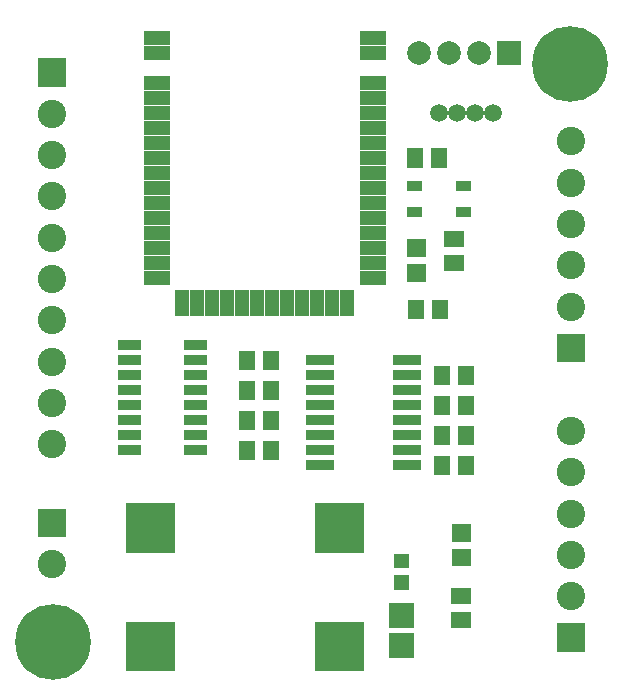
<source format=gts>
G04 Layer: TopSolderMaskLayer*
G04 EasyEDA v6.2.43, 2019-09-06T10:08:58+02:00*
G04 e2e4465fc3ca44109e84c49d15151505,91cc4837159741479c5be70faa949f3f,10*
G04 Gerber Generator version 0.2*
G04 Scale: 100 percent, Rotated: No, Reflected: No *
G04 Dimensions in millimeters *
G04 leading zeros omitted , absolute positions ,3 integer and 3 decimal *
%FSLAX33Y33*%
%MOMM*%
G90*
G71D02*

%ADD41R,2.402840X0.904240*%
%ADD46C,2.403196*%
%ADD52C,2.003196*%
%ADD54C,1.503197*%
%ADD57C,6.403188*%

%LPD*%
G36*
G01X21295Y18849D02*
G01X21295Y20520D01*
G01X22656Y20520D01*
G01X22656Y18849D01*
G01X21295Y18849D01*
G37*
G36*
G01X19263Y18849D02*
G01X19263Y20520D01*
G01X20624Y20520D01*
G01X20624Y18849D01*
G01X19263Y18849D01*
G37*
G54D41*
G01X33533Y18415D03*
G01X33533Y19685D03*
G01X33533Y20955D03*
G01X33533Y22225D03*
G01X33533Y23495D03*
G01X33533Y24765D03*
G01X33533Y26035D03*
G01X33533Y27305D03*
G01X26134Y27305D03*
G01X26134Y26035D03*
G01X26134Y24765D03*
G01X26134Y23495D03*
G01X26134Y22225D03*
G01X26134Y20955D03*
G01X26134Y19685D03*
G01X26134Y18415D03*
G36*
G01X21295Y21389D02*
G01X21295Y23060D01*
G01X22656Y23060D01*
G01X22656Y21389D01*
G01X21295Y21389D01*
G37*
G36*
G01X19263Y21389D02*
G01X19263Y23060D01*
G01X20624Y23060D01*
G01X20624Y21389D01*
G01X19263Y21389D01*
G37*
G36*
G01X21295Y23929D02*
G01X21295Y25600D01*
G01X22656Y25600D01*
G01X22656Y23929D01*
G01X21295Y23929D01*
G37*
G36*
G01X19263Y23929D02*
G01X19263Y25600D01*
G01X20624Y25600D01*
G01X20624Y23929D01*
G01X19263Y23929D01*
G37*
G36*
G01X21295Y26469D02*
G01X21295Y28140D01*
G01X22656Y28140D01*
G01X22656Y26469D01*
G01X21295Y26469D01*
G37*
G36*
G01X19263Y26469D02*
G01X19263Y28140D01*
G01X20624Y28140D01*
G01X20624Y26469D01*
G01X19263Y26469D01*
G37*
G36*
G01X37800Y17579D02*
G01X37800Y19250D01*
G01X39161Y19250D01*
G01X39161Y17579D01*
G01X37800Y17579D01*
G37*
G36*
G01X35768Y17579D02*
G01X35768Y19250D01*
G01X37129Y19250D01*
G01X37129Y17579D01*
G01X35768Y17579D01*
G37*
G36*
G01X37800Y20119D02*
G01X37800Y21790D01*
G01X39161Y21790D01*
G01X39161Y20119D01*
G01X37800Y20119D01*
G37*
G36*
G01X35768Y20119D02*
G01X35768Y21790D01*
G01X37129Y21790D01*
G01X37129Y20119D01*
G01X35768Y20119D01*
G37*
G36*
G01X37800Y22659D02*
G01X37800Y24330D01*
G01X39161Y24330D01*
G01X39161Y22659D01*
G01X37800Y22659D01*
G37*
G36*
G01X35768Y22659D02*
G01X35768Y24330D01*
G01X37129Y24330D01*
G01X37129Y22659D01*
G01X35768Y22659D01*
G37*
G36*
G01X37800Y25199D02*
G01X37800Y26870D01*
G01X39161Y26870D01*
G01X39161Y25199D01*
G01X37800Y25199D01*
G37*
G36*
G01X35768Y25199D02*
G01X35768Y26870D01*
G01X37129Y26870D01*
G01X37129Y25199D01*
G01X35768Y25199D01*
G37*
G36*
G01X36629Y36911D02*
G01X36629Y38272D01*
G01X38300Y38272D01*
G01X38300Y36911D01*
G01X36629Y36911D01*
G37*
G36*
G01X36629Y34879D02*
G01X36629Y36240D01*
G01X38300Y36240D01*
G01X38300Y34879D01*
G01X36629Y34879D01*
G37*
G36*
G01X35514Y43614D02*
G01X35514Y45285D01*
G01X36875Y45285D01*
G01X36875Y43614D01*
G01X35514Y43614D01*
G37*
G36*
G01X33482Y43614D02*
G01X33482Y45285D01*
G01X34843Y45285D01*
G01X34843Y43614D01*
G01X33482Y43614D01*
G37*
G36*
G01X37685Y41617D02*
G01X37685Y42471D01*
G01X38938Y42471D01*
G01X38938Y41617D01*
G01X37685Y41617D01*
G37*
G36*
G01X33535Y41610D02*
G01X33535Y42463D01*
G01X34790Y42463D01*
G01X34790Y41610D01*
G01X33535Y41610D01*
G37*
G36*
G01X37685Y39451D02*
G01X37685Y40304D01*
G01X38938Y40304D01*
G01X38938Y39451D01*
G01X37685Y39451D01*
G37*
G36*
G01X33530Y39458D02*
G01X33530Y40312D01*
G01X34782Y40312D01*
G01X34782Y39458D01*
G01X33530Y39458D01*
G37*
G36*
G01X9692Y10995D02*
G01X9692Y15199D01*
G01X13896Y15199D01*
G01X13896Y10995D01*
G01X9692Y10995D01*
G37*
G36*
G01X9692Y995D02*
G01X9692Y5199D01*
G01X13896Y5199D01*
G01X13896Y995D01*
G01X9692Y995D01*
G37*
G36*
G01X25694Y10995D02*
G01X25694Y15199D01*
G01X29895Y15199D01*
G01X29895Y10995D01*
G01X25694Y10995D01*
G37*
G36*
G01X25694Y995D02*
G01X25694Y5199D01*
G01X29895Y5199D01*
G01X29895Y995D01*
G01X25694Y995D01*
G37*
G36*
G01X2227Y12331D02*
G01X2227Y14734D01*
G01X4630Y14734D01*
G01X4630Y12331D01*
G01X2227Y12331D01*
G37*
G54D46*
G01X3429Y10033D03*
G36*
G01X37297Y11965D02*
G01X37297Y13469D01*
G01X38900Y13469D01*
G01X38900Y11965D01*
G01X37297Y11965D01*
G37*
G36*
G01X37297Y9865D02*
G01X37297Y11369D01*
G01X38900Y11369D01*
G01X38900Y9865D01*
G01X37297Y9865D01*
G37*
G36*
G01X37264Y4653D02*
G01X37264Y6014D01*
G01X38935Y6014D01*
G01X38935Y4653D01*
G01X37264Y4653D01*
G37*
G36*
G01X37264Y6685D02*
G01X37264Y8046D01*
G01X38935Y8046D01*
G01X38935Y6685D01*
G01X37264Y6685D01*
G37*
G36*
G01X33489Y36078D02*
G01X33489Y37581D01*
G01X35092Y37581D01*
G01X35092Y36078D01*
G01X33489Y36078D01*
G37*
G36*
G01X33489Y33977D02*
G01X33489Y35481D01*
G01X35092Y35481D01*
G01X35092Y33977D01*
G01X33489Y33977D01*
G37*
G36*
G01X35641Y30787D02*
G01X35641Y32458D01*
G01X37002Y32458D01*
G01X37002Y30787D01*
G01X35641Y30787D01*
G37*
G36*
G01X33609Y30787D02*
G01X33609Y32458D01*
G01X34970Y32458D01*
G01X34970Y30787D01*
G01X33609Y30787D01*
G37*
G36*
G01X11216Y34958D02*
G01X11216Y36161D01*
G01X13421Y36161D01*
G01X13421Y34958D01*
G01X11216Y34958D01*
G37*
G36*
G01X11216Y36228D02*
G01X11216Y37431D01*
G01X13421Y37431D01*
G01X13421Y36228D01*
G01X11216Y36228D01*
G37*
G36*
G01X11216Y37498D02*
G01X11216Y38701D01*
G01X13421Y38701D01*
G01X13421Y37498D01*
G01X11216Y37498D01*
G37*
G36*
G01X11216Y38768D02*
G01X11216Y39971D01*
G01X13421Y39971D01*
G01X13421Y38768D01*
G01X11216Y38768D01*
G37*
G36*
G01X11216Y40038D02*
G01X11216Y41241D01*
G01X13421Y41241D01*
G01X13421Y40038D01*
G01X11216Y40038D01*
G37*
G36*
G01X11216Y41308D02*
G01X11216Y42511D01*
G01X13421Y42511D01*
G01X13421Y41308D01*
G01X11216Y41308D01*
G37*
G36*
G01X11216Y42578D02*
G01X11216Y43781D01*
G01X13421Y43781D01*
G01X13421Y42578D01*
G01X11216Y42578D01*
G37*
G36*
G01X11216Y43848D02*
G01X11216Y45051D01*
G01X13421Y45051D01*
G01X13421Y43848D01*
G01X11216Y43848D01*
G37*
G36*
G01X11216Y45118D02*
G01X11216Y46321D01*
G01X13421Y46321D01*
G01X13421Y45118D01*
G01X11216Y45118D01*
G37*
G36*
G01X11216Y46388D02*
G01X11216Y47591D01*
G01X13421Y47591D01*
G01X13421Y46388D01*
G01X11216Y46388D01*
G37*
G36*
G01X11216Y47658D02*
G01X11216Y48861D01*
G01X13421Y48861D01*
G01X13421Y47658D01*
G01X11216Y47658D01*
G37*
G36*
G01X11216Y48928D02*
G01X11216Y50131D01*
G01X13421Y50131D01*
G01X13421Y48928D01*
G01X11216Y48928D01*
G37*
G36*
G01X11216Y50198D02*
G01X11216Y51401D01*
G01X13421Y51401D01*
G01X13421Y50198D01*
G01X11216Y50198D01*
G37*
G36*
G01X11216Y33688D02*
G01X11216Y34891D01*
G01X13421Y34891D01*
G01X13421Y33688D01*
G01X11216Y33688D01*
G37*
G36*
G01X11216Y52738D02*
G01X11216Y53941D01*
G01X13421Y53941D01*
G01X13421Y52738D01*
G01X11216Y52738D01*
G37*
G36*
G01X11216Y54008D02*
G01X11216Y55211D01*
G01X13421Y55211D01*
G01X13421Y54008D01*
G01X11216Y54008D01*
G37*
G36*
G01X29504Y34958D02*
G01X29504Y36161D01*
G01X31709Y36161D01*
G01X31709Y34958D01*
G01X29504Y34958D01*
G37*
G36*
G01X29504Y36228D02*
G01X29504Y37431D01*
G01X31709Y37431D01*
G01X31709Y36228D01*
G01X29504Y36228D01*
G37*
G36*
G01X29504Y37498D02*
G01X29504Y38701D01*
G01X31709Y38701D01*
G01X31709Y37498D01*
G01X29504Y37498D01*
G37*
G36*
G01X29504Y38768D02*
G01X29504Y39971D01*
G01X31709Y39971D01*
G01X31709Y38768D01*
G01X29504Y38768D01*
G37*
G36*
G01X29504Y40038D02*
G01X29504Y41241D01*
G01X31709Y41241D01*
G01X31709Y40038D01*
G01X29504Y40038D01*
G37*
G36*
G01X29504Y41308D02*
G01X29504Y42511D01*
G01X31709Y42511D01*
G01X31709Y41308D01*
G01X29504Y41308D01*
G37*
G36*
G01X29504Y42578D02*
G01X29504Y43781D01*
G01X31709Y43781D01*
G01X31709Y42578D01*
G01X29504Y42578D01*
G37*
G36*
G01X29504Y43848D02*
G01X29504Y45051D01*
G01X31709Y45051D01*
G01X31709Y43848D01*
G01X29504Y43848D01*
G37*
G36*
G01X29504Y45118D02*
G01X29504Y46321D01*
G01X31709Y46321D01*
G01X31709Y45118D01*
G01X29504Y45118D01*
G37*
G36*
G01X29504Y46388D02*
G01X29504Y47591D01*
G01X31709Y47591D01*
G01X31709Y46388D01*
G01X29504Y46388D01*
G37*
G36*
G01X29504Y47658D02*
G01X29504Y48861D01*
G01X31709Y48861D01*
G01X31709Y47658D01*
G01X29504Y47658D01*
G37*
G36*
G01X29504Y48928D02*
G01X29504Y50131D01*
G01X31709Y50131D01*
G01X31709Y48928D01*
G01X29504Y48928D01*
G37*
G36*
G01X29504Y50198D02*
G01X29504Y51401D01*
G01X31709Y51401D01*
G01X31709Y50198D01*
G01X29504Y50198D01*
G37*
G36*
G01X29504Y33688D02*
G01X29504Y34891D01*
G01X31709Y34891D01*
G01X31709Y33688D01*
G01X29504Y33688D01*
G37*
G36*
G01X29504Y52738D02*
G01X29504Y53941D01*
G01X31709Y53941D01*
G01X31709Y52738D01*
G01X29504Y52738D01*
G37*
G36*
G01X29504Y54008D02*
G01X29504Y55211D01*
G01X31709Y55211D01*
G01X31709Y54008D01*
G01X29504Y54008D01*
G37*
G36*
G01X13876Y31031D02*
G01X13876Y33235D01*
G01X15079Y33235D01*
G01X15079Y31031D01*
G01X13876Y31031D01*
G37*
G36*
G01X15133Y31031D02*
G01X15133Y33235D01*
G01X16337Y33235D01*
G01X16337Y31031D01*
G01X15133Y31031D01*
G37*
G36*
G01X16403Y31031D02*
G01X16403Y33235D01*
G01X17607Y33235D01*
G01X17607Y31031D01*
G01X16403Y31031D01*
G37*
G36*
G01X17673Y31031D02*
G01X17673Y33235D01*
G01X18877Y33235D01*
G01X18877Y31031D01*
G01X17673Y31031D01*
G37*
G36*
G01X18943Y31031D02*
G01X18943Y33235D01*
G01X20147Y33235D01*
G01X20147Y31031D01*
G01X18943Y31031D01*
G37*
G36*
G01X20213Y31031D02*
G01X20213Y33235D01*
G01X21417Y33235D01*
G01X21417Y31031D01*
G01X20213Y31031D01*
G37*
G36*
G01X21483Y31031D02*
G01X21483Y33235D01*
G01X22687Y33235D01*
G01X22687Y31031D01*
G01X21483Y31031D01*
G37*
G36*
G01X22753Y31031D02*
G01X22753Y33235D01*
G01X23957Y33235D01*
G01X23957Y31031D01*
G01X22753Y31031D01*
G37*
G36*
G01X24023Y31031D02*
G01X24023Y33235D01*
G01X25227Y33235D01*
G01X25227Y31031D01*
G01X24023Y31031D01*
G37*
G36*
G01X25293Y31031D02*
G01X25293Y33235D01*
G01X26497Y33235D01*
G01X26497Y31031D01*
G01X25293Y31031D01*
G37*
G36*
G01X26563Y31031D02*
G01X26563Y33235D01*
G01X27767Y33235D01*
G01X27767Y31031D01*
G01X26563Y31031D01*
G37*
G36*
G01X27833Y31031D02*
G01X27833Y33235D01*
G01X29037Y33235D01*
G01X29037Y31031D01*
G01X27833Y31031D01*
G37*
G36*
G01X2227Y50492D02*
G01X2227Y52895D01*
G01X4630Y52895D01*
G01X4630Y50492D01*
G01X2227Y50492D01*
G37*
G01X3429Y48192D03*
G01X3429Y44693D03*
G01X3429Y41192D03*
G01X3429Y37693D03*
G01X3429Y34192D03*
G01X3429Y30693D03*
G01X3429Y27192D03*
G01X3429Y23693D03*
G01X3429Y20193D03*
G36*
G01X46169Y27144D02*
G01X46169Y29547D01*
G01X48572Y29547D01*
G01X48572Y27144D01*
G01X46169Y27144D01*
G37*
G01X47371Y31847D03*
G01X47371Y35346D03*
G01X47371Y38847D03*
G01X47371Y42346D03*
G01X47371Y45847D03*
G36*
G01X46169Y2633D02*
G01X46169Y5036D01*
G01X48572Y5036D01*
G01X48572Y2633D01*
G01X46169Y2633D01*
G37*
G01X47371Y7336D03*
G01X47371Y10835D03*
G01X47371Y14336D03*
G01X47371Y17835D03*
G01X47371Y21336D03*
G36*
G01X41163Y52339D02*
G01X41163Y54340D01*
G01X43164Y54340D01*
G01X43164Y52339D01*
G01X41163Y52339D01*
G37*
G54D52*
G01X39624Y53340D03*
G01X37084Y53340D03*
G01X34544Y53340D03*
G36*
G01X31953Y2108D02*
G01X31953Y4241D01*
G01X34086Y4241D01*
G01X34086Y2108D01*
G01X31953Y2108D01*
G37*
G36*
G01X31953Y4648D02*
G01X31953Y6781D01*
G01X34086Y6781D01*
G01X34086Y4648D01*
G01X31953Y4648D01*
G37*
G54D54*
G01X40743Y48260D03*
G01X39243Y48260D03*
G01X37743Y48260D03*
G01X36243Y48260D03*
G36*
G01X9052Y28148D02*
G01X9052Y29001D01*
G01X11005Y29001D01*
G01X11005Y28148D01*
G01X9052Y28148D01*
G37*
G36*
G01X9052Y26878D02*
G01X9052Y27731D01*
G01X11005Y27731D01*
G01X11005Y26878D01*
G01X9052Y26878D01*
G37*
G36*
G01X9052Y25608D02*
G01X9052Y26461D01*
G01X11005Y26461D01*
G01X11005Y25608D01*
G01X9052Y25608D01*
G37*
G36*
G01X9052Y24338D02*
G01X9052Y25191D01*
G01X11005Y25191D01*
G01X11005Y24338D01*
G01X9052Y24338D01*
G37*
G36*
G01X9052Y23068D02*
G01X9052Y23921D01*
G01X11005Y23921D01*
G01X11005Y23068D01*
G01X9052Y23068D01*
G37*
G36*
G01X9052Y21798D02*
G01X9052Y22651D01*
G01X11005Y22651D01*
G01X11005Y21798D01*
G01X9052Y21798D01*
G37*
G36*
G01X9052Y20528D02*
G01X9052Y21381D01*
G01X11005Y21381D01*
G01X11005Y20528D01*
G01X9052Y20528D01*
G37*
G36*
G01X9052Y19258D02*
G01X9052Y20111D01*
G01X11005Y20111D01*
G01X11005Y19258D01*
G01X9052Y19258D01*
G37*
G36*
G01X14650Y19258D02*
G01X14650Y20111D01*
G01X16603Y20111D01*
G01X16603Y19258D01*
G01X14650Y19258D01*
G37*
G36*
G01X14650Y20528D02*
G01X14650Y21381D01*
G01X16603Y21381D01*
G01X16603Y20528D01*
G01X14650Y20528D01*
G37*
G36*
G01X14650Y21798D02*
G01X14650Y22651D01*
G01X16603Y22651D01*
G01X16603Y21798D01*
G01X14650Y21798D01*
G37*
G36*
G01X14650Y23068D02*
G01X14650Y23921D01*
G01X16603Y23921D01*
G01X16603Y23068D01*
G01X14650Y23068D01*
G37*
G36*
G01X14650Y24338D02*
G01X14650Y25191D01*
G01X16603Y25191D01*
G01X16603Y24338D01*
G01X14650Y24338D01*
G37*
G36*
G01X14650Y25608D02*
G01X14650Y26461D01*
G01X16603Y26461D01*
G01X16603Y25608D01*
G01X14650Y25608D01*
G37*
G36*
G01X14650Y26878D02*
G01X14650Y27731D01*
G01X16603Y27731D01*
G01X16603Y26878D01*
G01X14650Y26878D01*
G37*
G36*
G01X14650Y28148D02*
G01X14650Y29001D01*
G01X16603Y29001D01*
G01X16603Y28148D01*
G01X14650Y28148D01*
G37*
G36*
G01X32367Y7907D02*
G01X32367Y9110D01*
G01X33672Y9110D01*
G01X33672Y7907D01*
G01X32367Y7907D01*
G37*
G36*
G01X32367Y9707D02*
G01X32367Y10911D01*
G01X33672Y10911D01*
G01X33672Y9707D01*
G01X32367Y9707D01*
G37*
G54D57*
G01X47300Y52379D03*
G01X3500Y3499D03*
M00*
M02*

</source>
